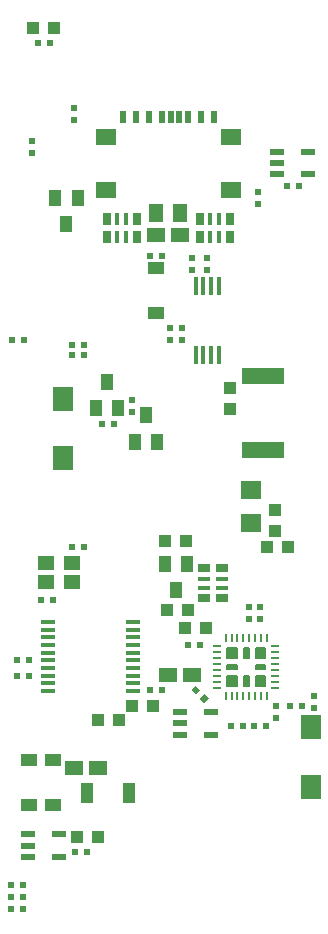
<source format=gbr>
G04 #@! TF.GenerationSoftware,KiCad,Pcbnew,5.1.6-c6e7f7d~87~ubuntu18.04.1*
G04 #@! TF.CreationDate,2022-06-10T14:43:55+03:00*
G04 #@! TF.ProjectId,ESP32-PoE_Rev_J,45535033-322d-4506-9f45-5f5265765f4a,J*
G04 #@! TF.SameCoordinates,Original*
G04 #@! TF.FileFunction,Paste,Bot*
G04 #@! TF.FilePolarity,Positive*
%FSLAX46Y46*%
G04 Gerber Fmt 4.6, Leading zero omitted, Abs format (unit mm)*
G04 Created by KiCad (PCBNEW 5.1.6-c6e7f7d~87~ubuntu18.04.1) date 2022-06-10 14:43:55*
%MOMM*%
%LPD*%
G01*
G04 APERTURE LIST*
%ADD10C,0.200000*%
%ADD11R,1.016000X1.016000*%
%ADD12R,3.654001X1.454000*%
%ADD13R,0.350000X1.500000*%
%ADD14R,1.524000X1.270000*%
%ADD15R,1.400000X1.000000*%
%ADD16R,1.200000X0.550000*%
%ADD17R,0.500000X0.550000*%
%ADD18R,1.000000X1.400000*%
%ADD19R,0.230000X0.780000*%
%ADD20R,0.780000X0.230000*%
%ADD21R,1.270000X1.524000*%
%ADD22R,0.550000X0.500000*%
%ADD23C,0.100000*%
%ADD24R,1.270000X0.325000*%
%ADD25R,1.700000X2.000000*%
%ADD26R,1.016000X1.778000*%
%ADD27R,0.500000X1.000000*%
%ADD28R,1.754000X1.454000*%
%ADD29R,1.016000X0.381000*%
%ADD30R,1.016000X0.635000*%
%ADD31R,0.381000X1.016000*%
%ADD32R,0.635000X1.016000*%
%ADD33R,1.400000X1.200000*%
%ADD34R,1.778000X1.524000*%
G04 APERTURE END LIST*
D10*
X112344000Y-149644000D02*
X112344000Y-150444000D01*
X111544000Y-149644000D02*
X112344000Y-149644000D01*
X111544000Y-150444000D02*
X111544000Y-149644000D01*
X112344000Y-150444000D02*
X111544000Y-150444000D01*
X112344000Y-150344000D02*
X111544000Y-150344000D01*
X112344000Y-150244000D02*
X111544000Y-150244000D01*
X112344000Y-150144000D02*
X111544000Y-150144000D01*
X112344000Y-150044000D02*
X111544000Y-150044000D01*
X112344000Y-149944000D02*
X111544000Y-149944000D01*
X112344000Y-149844000D02*
X111544000Y-149844000D01*
X112344000Y-149744000D02*
X111544000Y-149744000D01*
X109944000Y-149744000D02*
X109144000Y-149744000D01*
X109944000Y-149844000D02*
X109144000Y-149844000D01*
X109944000Y-149944000D02*
X109144000Y-149944000D01*
X109944000Y-150044000D02*
X109144000Y-150044000D01*
X109944000Y-150144000D02*
X109144000Y-150144000D01*
X109944000Y-150244000D02*
X109144000Y-150244000D01*
X109944000Y-150344000D02*
X109144000Y-150344000D01*
X109944000Y-150444000D02*
X109144000Y-150444000D01*
X109144000Y-150444000D02*
X109144000Y-149644000D01*
X109144000Y-149644000D02*
X109944000Y-149644000D01*
X109944000Y-149644000D02*
X109944000Y-150444000D01*
X112344000Y-147344000D02*
X111544000Y-147344000D01*
X112344000Y-147444000D02*
X111544000Y-147444000D01*
X112344000Y-147544000D02*
X111544000Y-147544000D01*
X112344000Y-147644000D02*
X111544000Y-147644000D01*
X112344000Y-147744000D02*
X111544000Y-147744000D01*
X112344000Y-147844000D02*
X111544000Y-147844000D01*
X112344000Y-147944000D02*
X111544000Y-147944000D01*
X112344000Y-148044000D02*
X111544000Y-148044000D01*
X111544000Y-148044000D02*
X111544000Y-147244000D01*
X111544000Y-147244000D02*
X112344000Y-147244000D01*
X112344000Y-147244000D02*
X112344000Y-148044000D01*
X109944000Y-147244000D02*
X109944000Y-148044000D01*
X109144000Y-147244000D02*
X109944000Y-147244000D01*
X109144000Y-148044000D02*
X109144000Y-147244000D01*
X109944000Y-148044000D02*
X109144000Y-148044000D01*
X109944000Y-147944000D02*
X109144000Y-147944000D01*
X109944000Y-147844000D02*
X109144000Y-147844000D01*
X109944000Y-147744000D02*
X109144000Y-147744000D01*
X109944000Y-147644000D02*
X109144000Y-147644000D01*
X109944000Y-147544000D02*
X109144000Y-147544000D01*
X109944000Y-147444000D02*
X109144000Y-147444000D01*
X109944000Y-147344000D02*
X109144000Y-147344000D01*
X110544000Y-150444000D02*
X110944000Y-150444000D01*
X110544000Y-149644000D02*
X110544000Y-150444000D01*
X110944000Y-149644000D02*
X110544000Y-149644000D01*
X110944000Y-150444000D02*
X110944000Y-149644000D01*
X110844000Y-150444000D02*
X110844000Y-149644000D01*
X110744000Y-150444000D02*
X110744000Y-149644000D01*
X110644000Y-150444000D02*
X110644000Y-149644000D01*
X110644000Y-148044000D02*
X110644000Y-147244000D01*
X110744000Y-148044000D02*
X110744000Y-147244000D01*
X110844000Y-148044000D02*
X110844000Y-147244000D01*
X110944000Y-148044000D02*
X110944000Y-147244000D01*
X110944000Y-147244000D02*
X110544000Y-147244000D01*
X110544000Y-147244000D02*
X110544000Y-148044000D01*
X110544000Y-148044000D02*
X110944000Y-148044000D01*
X112344000Y-148644000D02*
X112344000Y-149044000D01*
X111544000Y-148644000D02*
X112344000Y-148644000D01*
X111544000Y-149044000D02*
X111544000Y-148644000D01*
X112344000Y-149044000D02*
X111544000Y-149044000D01*
X112344000Y-148944000D02*
X111544000Y-148944000D01*
X111544000Y-148844000D02*
X112344000Y-148844000D01*
X112344000Y-148744000D02*
X111544000Y-148744000D01*
X109944000Y-148744000D02*
X109144000Y-148744000D01*
X109144000Y-148844000D02*
X109944000Y-148844000D01*
X109944000Y-148944000D02*
X109144000Y-148944000D01*
X109944000Y-149044000D02*
X109144000Y-149044000D01*
X109144000Y-149044000D02*
X109144000Y-148644000D01*
X109144000Y-148644000D02*
X109944000Y-148644000D01*
X109944000Y-148644000D02*
X109944000Y-149044000D01*
D11*
X113157000Y-137287000D03*
X113157000Y-135509000D03*
D12*
X112141000Y-124205200D03*
X112141000Y-130505200D03*
D13*
X106467000Y-116557000D03*
X107117000Y-116557000D03*
X107767000Y-116557000D03*
X108417000Y-116557000D03*
X108417000Y-122457000D03*
X107767000Y-122457000D03*
X107117000Y-122457000D03*
X106467000Y-122457000D03*
D14*
X96139000Y-157353000D03*
X98171000Y-157353000D03*
D15*
X92329000Y-156723000D03*
X92329000Y-160523000D03*
D16*
X105126000Y-154559000D03*
X105126000Y-153609000D03*
X105126000Y-152659000D03*
X107726000Y-154559000D03*
X107726000Y-152659000D03*
D17*
X112395000Y-153797000D03*
X111379000Y-153797000D03*
D15*
X103124000Y-115067000D03*
X103124000Y-118867000D03*
D11*
X98171000Y-153289000D03*
X99949000Y-153289000D03*
D18*
X102237540Y-127548640D03*
X101282500Y-129758440D03*
X103184960Y-129758440D03*
X98933000Y-124714000D03*
X97977960Y-126923800D03*
X99880420Y-126923800D03*
X94554040Y-109128560D03*
X96456500Y-109128560D03*
X95501460Y-111338360D03*
D14*
X103124000Y-112268000D03*
X105156000Y-112268000D03*
D18*
X103825040Y-140116560D03*
X105727500Y-140116560D03*
X104772460Y-142326360D03*
D19*
X108994000Y-151294000D03*
X109494000Y-151294000D03*
X109994000Y-151294000D03*
X110494000Y-151294000D03*
X110994000Y-151294000D03*
X111494000Y-151294000D03*
X111994000Y-151294000D03*
X112494000Y-151294000D03*
D20*
X113194000Y-150594000D03*
X113194000Y-150094000D03*
X113194000Y-149594000D03*
X113194000Y-149094000D03*
X113194000Y-148594000D03*
X113194000Y-148094000D03*
X113194000Y-147594000D03*
X113194000Y-147094000D03*
D19*
X112494000Y-146394000D03*
X111994000Y-146394000D03*
X111494000Y-146394000D03*
X110994000Y-146394000D03*
X110494000Y-146394000D03*
X109994000Y-146394000D03*
X109494000Y-146394000D03*
X108994000Y-146394000D03*
D20*
X108294000Y-147094000D03*
X108294000Y-147594000D03*
X108294000Y-148094000D03*
X108294000Y-148594000D03*
X108294000Y-149094000D03*
X108294000Y-149594000D03*
X108294000Y-150094000D03*
X108294000Y-150594000D03*
D17*
X103632000Y-150749000D03*
X102616000Y-150749000D03*
D11*
X102870000Y-152146000D03*
X101092000Y-152146000D03*
D17*
X91821000Y-168275000D03*
X90805000Y-168275000D03*
X90805000Y-167259000D03*
X91821000Y-167259000D03*
D15*
X94361000Y-160523000D03*
X94361000Y-156723000D03*
D17*
X91821000Y-169291000D03*
X90805000Y-169291000D03*
X93091000Y-96012000D03*
X94107000Y-96012000D03*
X97282000Y-164465000D03*
X96266000Y-164465000D03*
D16*
X92299000Y-164907000D03*
X92299000Y-163957000D03*
X92299000Y-163007000D03*
X94899000Y-164907000D03*
X94899000Y-163007000D03*
D17*
X96012000Y-121539000D03*
X97028000Y-121539000D03*
D11*
X103886000Y-138176000D03*
X105664000Y-138176000D03*
D21*
X103124000Y-110363000D03*
X105156000Y-110363000D03*
D22*
X110998000Y-143764000D03*
X110998000Y-144780000D03*
D17*
X105791000Y-146939000D03*
X106807000Y-146939000D03*
D22*
X113284000Y-152146000D03*
X113284000Y-153162000D03*
X92583000Y-104267000D03*
X92583000Y-105283000D03*
X111760000Y-108585000D03*
X111760000Y-109601000D03*
X104267000Y-121158000D03*
X104267000Y-120142000D03*
D23*
G36*
X106840811Y-150774902D02*
G01*
X106451902Y-151163811D01*
X106098349Y-150810258D01*
X106487258Y-150421349D01*
X106840811Y-150774902D01*
G37*
G36*
X106816769Y-151528678D02*
G01*
X107205678Y-151139769D01*
X107559231Y-151493322D01*
X107170322Y-151882231D01*
X106816769Y-151528678D01*
G37*
D22*
X116459000Y-151257000D03*
X116459000Y-152273000D03*
D17*
X115443000Y-152146000D03*
X114427000Y-152146000D03*
X97028000Y-122428000D03*
X96012000Y-122428000D03*
X91948000Y-121158000D03*
X90932000Y-121158000D03*
X91313000Y-148209000D03*
X92329000Y-148209000D03*
X91313000Y-149606000D03*
X92329000Y-149606000D03*
D11*
X98171000Y-163195000D03*
X96393000Y-163195000D03*
D24*
X93916500Y-150880000D03*
X93916500Y-150230000D03*
X93916500Y-149580000D03*
X93916500Y-148930000D03*
X93916500Y-148280000D03*
X93916500Y-147630000D03*
X93916500Y-146980000D03*
X93916500Y-146330000D03*
X93916500Y-145680000D03*
X93916500Y-145030000D03*
X101155500Y-145030000D03*
X101155500Y-145680000D03*
X101155500Y-146330000D03*
X101155500Y-146980000D03*
X101155500Y-147630000D03*
X101155500Y-148280000D03*
X101155500Y-148930000D03*
X101155500Y-149580000D03*
X101155500Y-150230000D03*
X101155500Y-150880000D03*
D25*
X95250000Y-126151000D03*
X95250000Y-131151000D03*
D26*
X100838000Y-159512000D03*
X97282000Y-159512000D03*
D27*
X100290000Y-102237000D03*
X101390000Y-102237000D03*
X102490000Y-102237000D03*
X103590000Y-102237000D03*
X104340000Y-102237000D03*
X105040000Y-102237000D03*
X105790000Y-102237000D03*
X106890000Y-102237000D03*
X107990000Y-102237000D03*
D28*
X109440000Y-103987000D03*
X98840000Y-103987000D03*
X109440000Y-108437000D03*
X98840000Y-108437000D03*
D11*
X105537000Y-145542000D03*
X107315000Y-145542000D03*
X105791000Y-144018000D03*
X104013000Y-144018000D03*
D29*
X107188000Y-141351000D03*
X107188000Y-142113000D03*
X108712000Y-141351000D03*
X108712000Y-142113000D03*
D30*
X107188000Y-140462000D03*
X108712000Y-140462000D03*
X107188000Y-143002000D03*
X108712000Y-143002000D03*
D31*
X100584000Y-110871000D03*
X99822000Y-110871000D03*
X100584000Y-112395000D03*
X99822000Y-112395000D03*
D32*
X101473000Y-110871000D03*
X101473000Y-112395000D03*
X98933000Y-110871000D03*
X98933000Y-112395000D03*
D14*
X104140000Y-149479000D03*
X106172000Y-149479000D03*
D17*
X93345000Y-143129000D03*
X94361000Y-143129000D03*
X103632000Y-114046000D03*
X102616000Y-114046000D03*
X99568000Y-128270000D03*
X98552000Y-128270000D03*
D22*
X101092000Y-126238000D03*
X101092000Y-127254000D03*
D31*
X108458000Y-110871000D03*
X107696000Y-110871000D03*
X108458000Y-112395000D03*
X107696000Y-112395000D03*
D32*
X109347000Y-110871000D03*
X109347000Y-112395000D03*
X106807000Y-110871000D03*
X106807000Y-112395000D03*
D17*
X96012000Y-138684000D03*
X97028000Y-138684000D03*
D33*
X95969000Y-140043000D03*
X93769000Y-141643000D03*
X93769000Y-140043000D03*
X95969000Y-141643000D03*
D11*
X92710000Y-94742000D03*
X94488000Y-94742000D03*
D17*
X110490000Y-153797000D03*
X109474000Y-153797000D03*
D25*
X116205000Y-153964000D03*
X116205000Y-158964000D03*
D22*
X105283000Y-120142000D03*
X105283000Y-121158000D03*
X106172000Y-114173000D03*
X106172000Y-115189000D03*
X107442000Y-114173000D03*
X107442000Y-115189000D03*
D34*
X111125000Y-136652000D03*
X111125000Y-133858000D03*
D11*
X109347000Y-127000000D03*
X109347000Y-125222000D03*
D22*
X111887000Y-144780000D03*
X111887000Y-143764000D03*
D11*
X114300000Y-138684000D03*
X112522000Y-138684000D03*
D17*
X114173000Y-108077000D03*
X115189000Y-108077000D03*
D22*
X96139000Y-101473000D03*
X96139000Y-102489000D03*
D16*
X115980999Y-105222000D03*
X115980999Y-107122000D03*
X113380999Y-105222000D03*
X113380999Y-106172000D03*
X113380999Y-107122000D03*
M02*

</source>
